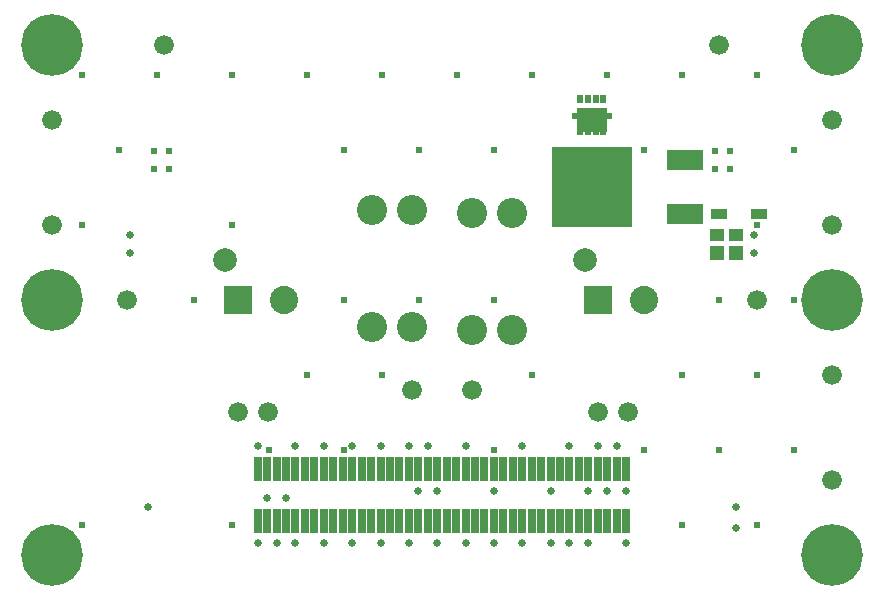
<source format=gbs>
G04*
G04 #@! TF.GenerationSoftware,Altium Limited,Altium Designer,24.0.1 (36)*
G04*
G04 Layer_Color=16711935*
%FSLAX44Y44*%
%MOMM*%
G71*
G04*
G04 #@! TF.SameCoordinates,516FB9ED-FB34-4965-85CA-DC03E0874189*
G04*
G04*
G04 #@! TF.FilePolarity,Negative*
G04*
G01*
G75*
%ADD24R,1.2000X1.1500*%
%ADD25R,0.5500X0.4500*%
%ADD26R,2.6000X2.1300*%
%ADD27R,0.5300X0.5800*%
%ADD28R,0.5000X0.6500*%
%ADD29R,1.1500X1.1000*%
%ADD30R,1.3600X0.8800*%
%ADD31R,3.1500X1.7500*%
%ADD32R,6.8500X6.8500*%
%ADD33C,1.6740*%
%ADD34C,2.5500*%
%ADD35C,2.3900*%
%ADD36R,2.3900X2.3900*%
%ADD37C,2.0100*%
%ADD38C,0.6024*%
%ADD39C,5.2300*%
%ADD40C,0.6072*%
%ADD63R,0.6500X2.1500*%
%ADD64C,0.6556*%
D24*
X233300Y-68580D02*
D03*
X249300D02*
D03*
D25*
X136750Y33050D02*
D03*
X130250D02*
D03*
X117250D02*
D03*
X123750D02*
D03*
D26*
X127000Y44450D02*
D03*
D27*
X141150Y48050D02*
D03*
X112850D02*
D03*
D28*
X136750Y62050D02*
D03*
X117250D02*
D03*
X130250D02*
D03*
X123750D02*
D03*
D29*
X233300Y-53340D02*
D03*
X249300D02*
D03*
D30*
X234660Y-35560D02*
D03*
X268260D02*
D03*
D31*
X205500Y10160D02*
D03*
Y-35560D02*
D03*
D32*
X127000Y-12700D02*
D03*
D33*
X330200Y-44450D02*
D03*
X-330200D02*
D03*
Y44450D02*
D03*
X266700Y-107950D02*
D03*
X-266700D02*
D03*
X330200Y44450D02*
D03*
X234950Y107950D02*
D03*
X-234950D02*
D03*
X-147320Y-203200D02*
D03*
X-172720D02*
D03*
X157480D02*
D03*
X132080D02*
D03*
X330200Y-260350D02*
D03*
Y-171450D02*
D03*
X25400Y-184150D02*
D03*
X-25400D02*
D03*
D34*
X-59400Y-130950D02*
D03*
X-25400D02*
D03*
X-59400Y-31750D02*
D03*
X-25400D02*
D03*
X59400Y-34150D02*
D03*
X25400D02*
D03*
X59400Y-133350D02*
D03*
X25400D02*
D03*
D35*
X171450Y-107950D02*
D03*
X-133350D02*
D03*
D36*
X131850D02*
D03*
X-172950D02*
D03*
D37*
X121050Y-73950D02*
D03*
X-183750D02*
D03*
D38*
X-231140Y2540D02*
D03*
Y17780D02*
D03*
X-243840Y2540D02*
D03*
Y17780D02*
D03*
X231140Y2540D02*
D03*
X243840D02*
D03*
Y17780D02*
D03*
X231140D02*
D03*
D39*
X330200Y107950D02*
D03*
X-330200D02*
D03*
Y-107950D02*
D03*
Y-323850D02*
D03*
X330200D02*
D03*
Y-107950D02*
D03*
D40*
X266700Y82550D02*
D03*
X298450Y19050D02*
D03*
X266700Y-44450D02*
D03*
X298450Y-107950D02*
D03*
X266700Y-171450D02*
D03*
X298450Y-234950D02*
D03*
X266700Y-298450D02*
D03*
X203200Y82550D02*
D03*
X234950Y-107950D02*
D03*
X203200Y-171450D02*
D03*
X234950Y-234950D02*
D03*
X203200Y-298450D02*
D03*
X139700Y82550D02*
D03*
X171450Y19050D02*
D03*
Y-234950D02*
D03*
X76200Y82550D02*
D03*
Y-171450D02*
D03*
X12700Y82550D02*
D03*
X44450Y19050D02*
D03*
Y-107950D02*
D03*
Y-234950D02*
D03*
X-50800Y82550D02*
D03*
X-19050Y19050D02*
D03*
Y-107950D02*
D03*
X-50800Y-171450D02*
D03*
X-114300Y82550D02*
D03*
X-82550Y19050D02*
D03*
Y-107950D02*
D03*
X-114300Y-171450D02*
D03*
X-82550Y-234950D02*
D03*
X-177800Y82550D02*
D03*
Y-44450D02*
D03*
X-146050Y-234950D02*
D03*
X-177800Y-298450D02*
D03*
X-241300Y82550D02*
D03*
X-209550Y-107950D02*
D03*
X-304800Y82550D02*
D03*
X-273050Y19050D02*
D03*
X-304800Y-44450D02*
D03*
Y-298450D02*
D03*
D63*
X156000Y-295050D02*
D03*
Y-251050D02*
D03*
X148000Y-295050D02*
D03*
Y-251050D02*
D03*
X140000Y-295050D02*
D03*
Y-251050D02*
D03*
X132000Y-295050D02*
D03*
Y-251050D02*
D03*
X124000Y-295050D02*
D03*
Y-251050D02*
D03*
X116000Y-295050D02*
D03*
Y-251050D02*
D03*
X108000Y-295050D02*
D03*
Y-251050D02*
D03*
X100000Y-295050D02*
D03*
Y-251050D02*
D03*
X92000Y-295050D02*
D03*
Y-251050D02*
D03*
X84000Y-295050D02*
D03*
Y-251050D02*
D03*
X76000Y-295050D02*
D03*
Y-251050D02*
D03*
X68000Y-295050D02*
D03*
Y-251050D02*
D03*
X60000Y-295050D02*
D03*
Y-251050D02*
D03*
X52000Y-295050D02*
D03*
Y-251050D02*
D03*
X44000Y-295050D02*
D03*
Y-251050D02*
D03*
X36000Y-295050D02*
D03*
Y-251050D02*
D03*
X28000Y-295050D02*
D03*
Y-251050D02*
D03*
X20000Y-295050D02*
D03*
Y-251050D02*
D03*
X12000Y-295050D02*
D03*
Y-251050D02*
D03*
X4000Y-295050D02*
D03*
Y-251050D02*
D03*
X-4000Y-295050D02*
D03*
Y-251050D02*
D03*
X-12000Y-295050D02*
D03*
Y-251050D02*
D03*
X-20000Y-295050D02*
D03*
Y-251050D02*
D03*
X-28000Y-295050D02*
D03*
Y-251050D02*
D03*
X-36000Y-295050D02*
D03*
Y-251050D02*
D03*
X-44000Y-295050D02*
D03*
Y-251050D02*
D03*
X-52000Y-295050D02*
D03*
Y-251050D02*
D03*
X-60000Y-295050D02*
D03*
Y-251050D02*
D03*
X-68000Y-295050D02*
D03*
Y-251050D02*
D03*
X-76000Y-295050D02*
D03*
Y-251050D02*
D03*
X-84000Y-295050D02*
D03*
Y-251050D02*
D03*
X-92000Y-295050D02*
D03*
Y-251050D02*
D03*
X-100000Y-295050D02*
D03*
Y-251050D02*
D03*
X-108000Y-295050D02*
D03*
Y-251050D02*
D03*
X-116000Y-295050D02*
D03*
Y-251050D02*
D03*
X-124000Y-295050D02*
D03*
Y-251050D02*
D03*
X-132000Y-295050D02*
D03*
Y-251050D02*
D03*
X-140000Y-295050D02*
D03*
Y-251050D02*
D03*
X-148000Y-295050D02*
D03*
Y-251050D02*
D03*
X-156000Y-295050D02*
D03*
Y-251050D02*
D03*
D64*
X-248920Y-283210D02*
D03*
X248920Y-300990D02*
D03*
Y-283210D02*
D03*
X156000Y-270000D02*
D03*
X148000Y-232000D02*
D03*
X140000Y-270000D02*
D03*
X132000Y-232000D02*
D03*
X124000Y-270000D02*
D03*
X108000Y-232000D02*
D03*
X92000Y-270000D02*
D03*
X68000Y-232000D02*
D03*
X44000Y-270000D02*
D03*
X20000Y-232000D02*
D03*
X-4000Y-270000D02*
D03*
X-12000Y-232000D02*
D03*
X-20000Y-270000D02*
D03*
X-28000Y-232000D02*
D03*
X-52000D02*
D03*
X-76000D02*
D03*
X-100000D02*
D03*
X-124000D02*
D03*
X-156000D02*
D03*
X-28000Y-314000D02*
D03*
X-148000Y-276000D02*
D03*
X-140000Y-314000D02*
D03*
X-132000Y-276000D02*
D03*
X-156000Y-314000D02*
D03*
X-124000D02*
D03*
X-100000D02*
D03*
X-76000D02*
D03*
X-52000D02*
D03*
X-4000D02*
D03*
X20000D02*
D03*
X44000D02*
D03*
X68000D02*
D03*
X92000D02*
D03*
X108000D02*
D03*
X124000D02*
D03*
X156000D02*
D03*
X264160Y-68580D02*
D03*
Y-53340D02*
D03*
X-264160Y-68580D02*
D03*
Y-53340D02*
D03*
M02*

</source>
